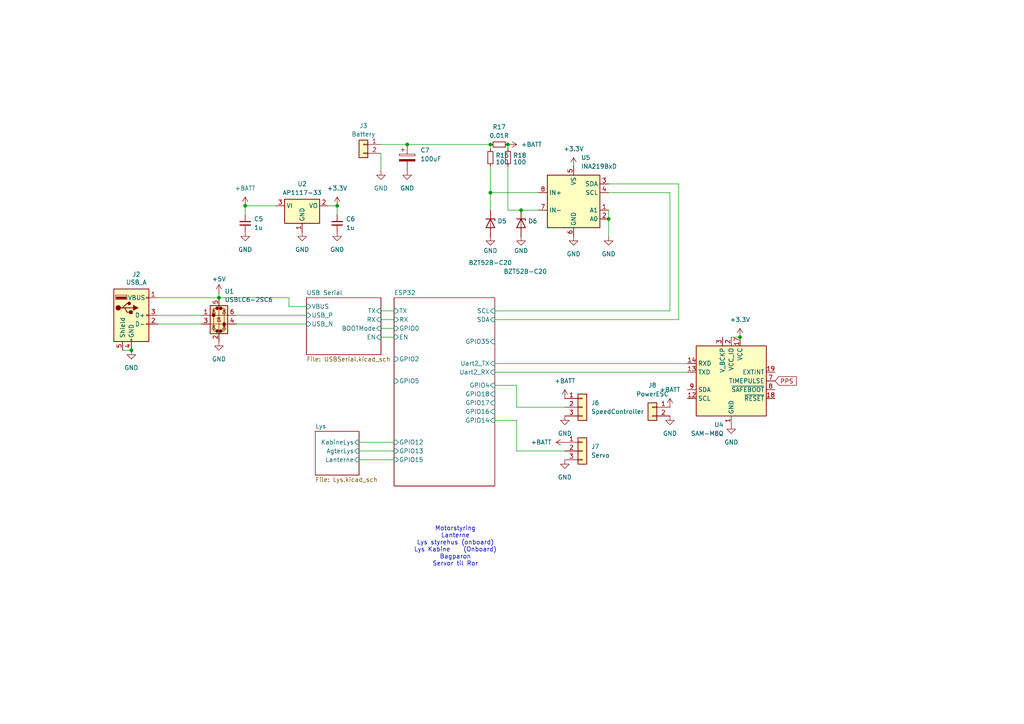
<source format=kicad_sch>
(kicad_sch (version 20250114) (generator "eeschema") (generator_version "9.0")
  (paper "A4")
  (lib_symbols
    (symbol "Connector_Generic:Conn_01x02" (pin_names (offset 1.016) (hide yes))
      (property "Reference" "J" (at 0 2.54 0))
      (property "Value" "Conn_01x02" (at 0 -5.08 0))
      (symbol "Conn_01x02_1_1"
        (rectangle (start -1.27 1.27) (end 1.27 -3.81) (stroke (width 0.254)) (fill (type background)))
        (rectangle (start -1.27 0.127) (end 0 -0.127) (stroke (width 0.1524)))
        (rectangle (start -1.27 -2.413) (end 0 -2.667) (stroke (width 0.1524)))
        (pin passive line (at -5.08 0 0) (length 3.81) (name "Pin_1") (number "1"))
        (pin passive line (at -5.08 -2.54 0) (length 3.81) (name "Pin_2") (number "2"))
      )
    )
    (symbol "Connector_Generic:Conn_01x03" (pin_names (offset 1.016) (hide yes))
      (property "Reference" "J" (at 0 5.08 0))
      (property "Value" "Conn_01x03" (at 0 -5.08 0))
      (symbol "Conn_01x03_1_1"
        (rectangle (start -1.27 3.81) (end 1.27 -3.81) (stroke (width 0.254)) (fill (type background)))
        (rectangle (start -1.27 2.667) (end 0 2.413) (stroke (width 0.1524)))
        (rectangle (start -1.27 0.127) (end 0 -0.127) (stroke (width 0.1524)))
        (rectangle (start -1.27 -2.413) (end 0 -2.667) (stroke (width 0.1524)))
        (pin passive line (at -5.08 2.54 0) (length 3.81) (name "Pin_1") (number "1"))
        (pin passive line (at -5.08 0 0) (length 3.81) (name "Pin_2") (number "2"))
        (pin passive line (at -5.08 -2.54 0) (length 3.81) (name "Pin_3") (number "3"))
      )
    )
    (symbol "Device:C_Polarized" (pin_numbers (hide yes)) (pin_names (offset 0.254))
      (property "Reference" "C" (at 0.635 2.54 0))
      (property "Value" "C_Polarized" (at 0.635 -2.54 0))
      (symbol "C_Polarized_0_1"
        (rectangle (start -2.286 0.508) (end 2.286 1.016))
        (polyline (pts (xy -1.778 2.286) (xy -0.762 2.286)))
        (polyline (pts (xy -1.27 2.794) (xy -1.27 1.778)))
        (rectangle (start 2.286 -0.508) (end -2.286 -1.016) (fill (type outline)))
      )
      (symbol "C_Polarized_1_1"
        (pin passive line (at 0 3.81 270) (length 2.794) (name "~") (number "1"))
        (pin passive line (at 0 -3.81 90) (length 2.794) (name "~") (number "2"))
      )
    )
    (symbol "Device:C_Small" (pin_numbers (hide yes)) (pin_names (offset 0.254) (hide yes))
      (property "Reference" "C" (at 0.254 1.778 0))
      (property "Value" "C_Small" (at 0.254 -2.032 0))
      (symbol "C_Small_0_1"
        (polyline (pts (xy -1.524 0.508) (xy 1.524 0.508)) (stroke (width 0.3048)))
        (polyline (pts (xy -1.524 -0.508) (xy 1.524 -0.508)) (stroke (width 0.3302)))
      )
      (symbol "C_Small_1_1"
        (pin passive line (at 0 2.54 270) (length 2.032) (name "~") (number "1"))
        (pin passive line (at 0 -2.54 90) (length 2.032) (name "~") (number "2"))
      )
    )
    (symbol "Device:R_Small" (pin_numbers (hide yes)) (pin_names (offset 0.254) (hide yes))
      (property "Reference" "R" (at 0.762 0.508 0))
      (property "Value" "R_Small" (at 0.762 -1.016 0))
      (symbol "R_Small_0_1"
        (rectangle (start -0.762 1.778) (end 0.762 -1.778) (stroke (width 0.2032)))
      )
      (symbol "R_Small_1_1"
        (pin passive line (at 0 2.54 270) (length 0.762) (name "~") (number "1"))
        (pin passive line (at 0 -2.54 90) (length 0.762) (name "~") (number "2"))
      )
    )
    (symbol "Diode:BZT52Bxx" (pin_numbers (hide yes)) (pin_names (hide yes))
      (property "Reference" "D" (at 0 2.54 0))
      (property "Value" "BZT52Bxx" (at 0 -2.54 0))
      (symbol "BZT52Bxx_0_1"
        (polyline (pts (xy -1.27 -1.27) (xy -1.27 1.27) (xy -0.762 1.27)) (stroke (width 0.254)))
        (polyline (pts (xy 1.27 0) (xy -1.27 0)))
        (polyline (pts (xy 1.27 -1.27) (xy 1.27 1.27) (xy -1.27 0) (xy 1.27 -1.27)) (stroke (width 0.254)))
      )
      (symbol "BZT52Bxx_1_1"
        (pin passive line (at -3.81 0 0) (length 2.54) (name "K") (number "1"))
        (pin passive line (at 3.81 0 180) (length 2.54) (name "A") (number "2"))
      )
    )
    (symbol "GND_7" (power) (pin_names (offset 0))
      (property "Value" "GND_7" (at 0 -3.81 0))
      (symbol "GND_7_0_1"
        (polyline (pts (xy 0 0) (xy 0 -1.27) (xy 1.27 -1.27) (xy 0 -2.54) (xy -1.27 -1.27) (xy 0 -1.27)))
      )
      (symbol "GND_7_1_1"
        (pin power_in line (at 0 0 270) (length 0) (hide yes) (name "GND") (number "1"))
      )
    )
    (symbol "Power_Protection:USBLC6-2SC6" (pin_names (hide yes))
      (property "Reference" "U" (at 0.635 5.715 0))
      (property "Value" "USBLC6-2SC6" (at 0.635 3.81 0))
      (symbol "USBLC6-2SC6_0_0"
        (circle (center -1.524 0) (radius 0.0001) (stroke (width 0.508)))
        (circle (center -0.508 2.032) (radius 0.0001) (stroke (width 0.508)))
        (circle (center -0.508 -4.572) (radius 0.0001) (stroke (width 0.508)))
        (circle (center 0.508 2.032) (radius 0.0001) (stroke (width 0.508)))
        (circle (center 0.508 -4.572) (radius 0.0001) (stroke (width 0.508)))
        (circle (center 1.524 -2.54) (radius 0.0001) (stroke (width 0.508)))
      )
      (symbol "USBLC6-2SC6_0_1"
        (polyline (pts (xy -2.54 0) (xy 2.54 0)))
        (polyline (pts (xy -2.54 -2.54) (xy 2.54 -2.54)))
        (polyline (pts (xy -2.032 0.508) (xy -1.016 0.508) (xy -1.524 1.524) (xy -2.032 0.508)))
        (polyline (pts (xy -2.032 -3.048) (xy -1.016 -3.048)))
        (polyline (pts (xy -1.016 1.524) (xy -2.032 1.524)))
        (polyline (pts (xy -1.016 -4.064) (xy -2.032 -4.064) (xy -1.524 -3.048) (xy -1.016 -4.064)))
        (polyline (pts (xy -0.508 -1.143) (xy -0.508 -0.762) (xy 0.508 -0.762)))
        (polyline (pts (xy 0 2.54) (xy -0.508 2.032) (xy 0.508 2.032) (xy 0 1.524) (xy 0 -4.064) (xy -0.508 -4.572) (xy 0.508 -4.572) (xy 0 -5.08)))
        (polyline (pts (xy 0.508 -1.778) (xy -0.508 -1.778) (xy 0 -0.762) (xy 0.508 -1.778)))
        (polyline (pts (xy 1.016 1.524) (xy 2.032 1.524)))
        (polyline (pts (xy 1.016 -3.048) (xy 2.032 -3.048)))
        (polyline (pts (xy 2.032 0.508) (xy 1.016 0.508) (xy 1.524 1.524) (xy 2.032 0.508)))
        (polyline (pts (xy 2.032 -4.064) (xy 1.016 -4.064) (xy 1.524 -3.048) (xy 2.032 -4.064)))
      )
      (symbol "USBLC6-2SC6_1_1"
        (rectangle (start -2.54 2.794) (end 2.54 -5.334) (stroke (width 0.254)) (fill (type background)))
        (polyline (pts (xy -0.508 2.032) (xy -1.524 2.032) (xy -1.524 -4.572) (xy -0.508 -4.572)))
        (polyline (pts (xy 0.508 -4.572) (xy 1.524 -4.572) (xy 1.524 2.032) (xy 0.508 2.032)))
        (pin passive line (at -5.08 0 0) (length 2.54) (name "I/O1") (number "1"))
        (pin passive line (at -5.08 -2.54 0) (length 2.54) (name "I/O2") (number "3"))
        (pin passive line (at 0 5.08 270) (length 2.54) (name "VBUS") (number "5"))
        (pin passive line (at 0 -7.62 90) (length 2.54) (name "GND") (number "2"))
        (pin passive line (at 5.08 0 180) (length 2.54) (name "I/O1") (number "6"))
        (pin passive line (at 5.08 -2.54 180) (length 2.54) (name "I/O2") (number "4"))
      )
    )
    (symbol "Programmer-rescue:USB_A-Connector" (pin_names (offset 1.016))
      (property "Reference" "J" (at -5.08 11.43 0))
      (property "Value" "Connector_USB_A" (at -5.08 8.89 0))
      (symbol "USB_A-Connector_0_1"
        (rectangle (start -5.08 -7.62) (end 5.08 7.62) (stroke (width 0.254)) (fill (type background)))
        (circle (center -3.81 2.159) (radius 0.635) (stroke (width 0.254)) (fill (type outline)))
        (polyline (pts (xy -3.175 2.159) (xy -2.54 2.159) (xy -1.27 3.429) (xy -0.635 3.429)) (stroke (width 0.254)))
        (polyline (pts (xy -2.54 2.159) (xy -1.905 2.159) (xy -1.27 0.889) (xy 0 0.889)) (stroke (width 0.254)))
        (rectangle (start -1.524 4.826) (end -4.318 5.334) (fill (type outline)))
        (rectangle (start -1.27 4.572) (end -4.572 5.842))
        (circle (center -0.635 3.429) (radius 0.381) (stroke (width 0.254)) (fill (type outline)))
        (rectangle (start -0.127 -7.62) (end 0.127 -6.858))
        (rectangle (start 0.254 1.27) (end -0.508 0.508) (stroke (width 0.254)) (fill (type outline)))
        (polyline (pts (xy 0.635 2.794) (xy 0.635 1.524) (xy 1.905 2.159) (xy 0.635 2.794)) (stroke (width 0.254)) (fill (type outline)))
        (rectangle (start 5.08 4.953) (end 4.318 5.207))
        (rectangle (start 5.08 -0.127) (end 4.318 0.127))
        (rectangle (start 5.08 -2.667) (end 4.318 -2.413))
      )
      (symbol "USB_A-Connector_1_1"
        (polyline (pts (xy -1.905 2.159) (xy 0.635 2.159)) (stroke (width 0.254)))
        (pin passive line (at -2.54 -10.16 90) (length 2.54) (name "Shield") (number "5"))
        (pin power_in line (at 0 -10.16 90) (length 2.54) (name "GND") (number "4"))
        (pin power_in line (at 7.62 5.08 180) (length 2.54) (name "VBUS") (number "1"))
        (pin passive line (at 7.62 0 180) (length 2.54) (name "D+") (number "3"))
        (pin passive line (at 7.62 -2.54 180) (length 2.54) (name "D-") (number "2"))
      )
    )
    (symbol "RF_GPS:SAM-M8Q"
      (property "Reference" "U" (at -8.89 11.43 0))
      (property "Value" "SAM-M8Q" (at 8.89 11.43 0))
      (symbol "SAM-M8Q_0_1"
        (rectangle (start -10.16 10.16) (end 10.16 -10.16) (stroke (width 0.254)) (fill (type background)))
      )
      (symbol "SAM-M8Q_1_1"
        (pin input line (at -12.7 2.54 0) (length 2.54) (name "EXTINT") (number "19"))
        (pin output line (at -12.7 0 0) (length 2.54) (name "TIMEPULSE") (number "7"))
        (pin input line (at -12.7 -2.54 0) (length 2.54) (name "~{SAFEBOOT}") (number "8"))
        (pin input line (at -12.7 -5.08 0) (length 2.54) (name "~{RESET}") (number "18"))
        (pin power_in line (at -2.54 12.7 270) (length 2.54) (name "VCC") (number "17"))
        (pin power_in line (at 0 12.7 270) (length 2.54) (name "VCC_IO") (number "2"))
        (pin power_in line (at 0 -12.7 90) (length 2.54) (name "GND") (number "1"))
        (pin passive line (at 0 -12.7 90) (length 2.54) (hide yes) (name "GND") (number "10"))
        (pin passive line (at 0 -12.7 90) (length 2.54) (hide yes) (name "GND") (number "11"))
        (pin passive line (at 0 -12.7 90) (length 2.54) (hide yes) (name "GND") (number "15"))
        (pin passive line (at 0 -12.7 90) (length 2.54) (hide yes) (name "GND") (number "16"))
        (pin passive line (at 0 -12.7 90) (length 2.54) (hide yes) (name "GND") (number "20"))
        (pin passive line (at 0 -12.7 90) (length 2.54) (hide yes) (name "GND") (number "4"))
        (pin passive line (at 0 -12.7 90) (length 2.54) (hide yes) (name "GND") (number "5"))
        (pin passive line (at 0 -12.7 90) (length 2.54) (hide yes) (name "GND") (number "6"))
        (pin power_in line (at 2.54 12.7 270) (length 2.54) (name "V_BCKP") (number "3"))
        (pin input line (at 12.7 5.08 180) (length 2.54) (name "RXD") (number "14"))
        (pin output line (at 12.7 2.54 180) (length 2.54) (name "TXD") (number "13"))
        (pin bidirectional line (at 12.7 -2.54 180) (length 2.54) (name "SDA") (number "9"))
        (pin input line (at 12.7 -5.08 180) (length 2.54) (name "SCL") (number "12"))
      )
    )
    (symbol "Regulator_Linear:AP1117-33"
      (property "Reference" "U" (at -3.81 3.175 0))
      (property "Value" "AP1117-33" (at 0 3.175 0))
      (symbol "AP1117-33_0_1"
        (rectangle (start -5.08 -5.08) (end 5.08 1.905) (stroke (width 0.254)) (fill (type background)))
      )
      (symbol "AP1117-33_1_1"
        (pin power_in line (at -7.62 0 0) (length 2.54) (name "VI") (number "3"))
        (pin power_in line (at 0 -7.62 90) (length 2.54) (name "GND") (number "1"))
        (pin power_out line (at 7.62 0 180) (length 2.54) (name "VO") (number "2"))
      )
    )
    (symbol "Sensor_Energy:INA219BxD"
      (property "Reference" "U" (at -6.35 8.89 0))
      (property "Value" "INA219BxD" (at 5.08 8.89 0))
      (symbol "INA219BxD_0_1"
        (rectangle (start -7.62 7.62) (end 7.62 -7.62) (stroke (width 0.254)) (fill (type background)))
      )
      (symbol "INA219BxD_1_1"
        (pin input line (at -10.16 2.54 0) (length 2.54) (name "IN+") (number "8"))
        (pin input line (at -10.16 -2.54 0) (length 2.54) (name "IN-") (number "7"))
        (pin power_in line (at 0 10.16 270) (length 2.54) (name "VS") (number "5"))
        (pin power_in line (at 0 -10.16 90) (length 2.54) (name "GND") (number "6"))
        (pin bidirectional line (at 10.16 5.08 180) (length 2.54) (name "SDA") (number "3"))
        (pin input line (at 10.16 2.54 180) (length 2.54) (name "SCL") (number "4"))
        (pin input line (at 10.16 -2.54 180) (length 2.54) (name "A1") (number "1"))
        (pin input line (at 10.16 -5.08 180) (length 2.54) (name "A0") (number "2"))
      )
    )
    (symbol "power:+3.3V" (power) (pin_numbers (hide yes)) (pin_names (offset 0) (hide yes))
      (property "Value" "+3.3V" (at 0 3.556 0))
      (symbol "+3.3V_0_1"
        (polyline (pts (xy -0.762 1.27) (xy 0 2.54)))
        (polyline (pts (xy 0 2.54) (xy 0.762 1.27)))
        (polyline (pts (xy 0 0) (xy 0 2.54)))
      )
      (symbol "+3.3V_1_1"
        (pin power_in line (at 0 0 90) (length 0) (name "~") (number "1"))
      )
    )
    (symbol "power:+5V" (power) (pin_numbers (hide yes)) (pin_names (offset 0) (hide yes))
      (property "Value" "+5V" (at 0 3.556 0))
      (symbol "+5V_0_1"
        (polyline (pts (xy -0.762 1.27) (xy 0 2.54)))
        (polyline (pts (xy 0 2.54) (xy 0.762 1.27)))
        (polyline (pts (xy 0 0) (xy 0 2.54)))
      )
      (symbol "+5V_1_1"
        (pin power_in line (at 0 0 90) (length 0) (name "~") (number "1"))
      )
    )
    (symbol "power:+BATT" (power) (pin_numbers (hide yes)) (pin_names (offset 0) (hide yes))
      (property "Value" "+BATT" (at 0 3.556 0))
      (symbol "+BATT_0_1"
        (polyline (pts (xy -0.762 1.27) (xy 0 2.54)))
        (polyline (pts (xy 0 2.54) (xy 0.762 1.27)))
        (polyline (pts (xy 0 0) (xy 0 2.54)))
      )
      (symbol "+BATT_1_1"
        (pin power_in line (at 0 0 90) (length 0) (name "~") (number "1"))
      )
    )
    (symbol "power:GND" (power) (pin_numbers (hide yes)) (pin_names (offset 0) (hide yes))
      (property "Value" "GND" (at 0 -3.81 0))
      (symbol "GND_0_1"
        (polyline (pts (xy 0 0) (xy 0 -1.27) (xy 1.27 -1.27) (xy 0 -2.54) (xy -1.27 -1.27) (xy 0 -1.27)))
      )
      (symbol "GND_1_1"
        (pin power_in line (at 0 0 270) (length 0) (name "~") (number "1"))
      )
    )
  )
  (text "Motorstyring\nLanterne\nLys styrehus (onboard)\nLys Kabine    (Onboard)\nBagparon\nServor til Ror\n" (at 132.08 158.496 0) (effects (font (size 1.27 1.27))))
  (junction (at 71.12 59.69))
  (junction (at 151.13 60.96))
  (junction (at 147.32 41.91))
  (junction (at 63.5 86.36))
  (junction (at 176.53 63.5))
  (junction (at 142.24 55.88))
  (junction (at 38.1 101.6))
  (junction (at 97.79 59.69))
  (junction (at 118.11 41.91))
  (junction (at 214.63 97.79))
  (junction (at 142.24 41.91))
  (wire (pts (xy 214.63 97.79) (xy 212.09 97.79)))
  (wire (pts (xy 45.72 93.98) (xy 58.42 93.98)))
  (wire (pts (xy 83.82 88.9) (xy 83.82 86.36)))
  (wire (pts (xy 163.83 130.81) (xy 149.86 130.81)))
  (wire (pts (xy 118.11 41.91) (xy 142.24 41.91)))
  (wire (pts (xy 45.72 86.36) (xy 63.5 86.36)))
  (wire (pts (xy 149.86 111.76) (xy 143.51 111.76)))
  (wire (pts (xy 176.53 55.88) (xy 194.31 55.88)))
  (wire (pts (xy 149.86 118.11) (xy 163.83 118.11)))
  (wire (pts (xy 176.53 60.96) (xy 176.53 63.5)))
  (wire (pts (xy 142.24 48.26) (xy 142.24 55.88)))
  (wire (pts (xy 110.49 92.71) (xy 114.3 92.71)))
  (wire (pts (xy 147.32 60.96) (xy 151.13 60.96)))
  (wire (pts (xy 104.14 128.27) (xy 114.3 128.27)))
  (wire (pts (xy 142.24 55.88) (xy 142.24 60.96)))
  (wire (pts (xy 149.86 111.76) (xy 149.86 118.11)))
  (wire (pts (xy 104.14 133.35) (xy 114.3 133.35)))
  (wire (pts (xy 143.51 92.71) (xy 196.85 92.71)))
  (wire (pts (xy 110.49 97.79) (xy 114.3 97.79)))
  (wire (pts (xy 196.85 92.71) (xy 196.85 53.34)))
  (wire (pts (xy 110.49 90.17) (xy 114.3 90.17)))
  (wire (pts (xy 194.31 55.88) (xy 194.31 90.17)))
  (wire (pts (xy 149.86 130.81) (xy 149.86 121.92)))
  (wire (pts (xy 45.72 91.44) (xy 58.42 91.44)))
  (wire (pts (xy 83.82 86.36) (xy 63.5 86.36)))
  (wire (pts (xy 147.32 41.91) (xy 147.32 43.18)))
  (wire (pts (xy 194.31 90.17) (xy 143.51 90.17)))
  (wire (pts (xy 142.24 55.88) (xy 156.21 55.88)))
  (wire (pts (xy 97.79 59.69) (xy 97.79 62.23)))
  (wire (pts (xy 68.58 93.98) (xy 88.9 93.98)))
  (wire (pts (xy 149.86 121.92) (xy 143.51 121.92)))
  (wire (pts (xy 80.01 59.69) (xy 71.12 59.69)))
  (wire (pts (xy 88.9 88.9) (xy 83.82 88.9)))
  (wire (pts (xy 143.51 107.95) (xy 199.39 107.95)))
  (wire (pts (xy 71.12 59.69) (xy 71.12 62.23)))
  (wire (pts (xy 142.24 41.91) (xy 142.24 43.18)))
  (wire (pts (xy 95.25 59.69) (xy 97.79 59.69)))
  (wire (pts (xy 68.58 91.44) (xy 88.9 91.44)))
  (wire (pts (xy 104.14 130.81) (xy 114.3 130.81)))
  (wire (pts (xy 110.49 41.91) (xy 118.11 41.91)))
  (wire (pts (xy 110.49 49.53) (xy 110.49 44.45)))
  (wire (pts (xy 176.53 63.5) (xy 176.53 68.58)))
  (wire (pts (xy 151.13 60.96) (xy 156.21 60.96)))
  (wire (pts (xy 143.51 105.41) (xy 199.39 105.41)))
  (wire (pts (xy 35.56 101.6) (xy 38.1 101.6)))
  (wire (pts (xy 196.85 53.34) (xy 176.53 53.34)))
  (wire (pts (xy 147.32 48.26) (xy 147.32 60.96)))
  (wire (pts (xy 110.49 95.25) (xy 114.3 95.25)))
  (wire (pts (xy 63.5 85.09) (xy 63.5 86.36)))
  (global_label "PPS" (shape input) (at 224.79 110.49 0) (property "Intersheetrefs" "${INTERSHEET_REFS}" (effects (hide yes))))
  (symbol (lib_id "RF_GPS:SAM-M8Q") (at 212.09 110.49 0) (mirror y) (unit 1)
    (property "Reference" "U4" (at 209.8959 123.19 0) (effects (justify left)))
    (property "Value" "SAM-M8Q" (at 209.8959 125.73 0) (effects (justify left)))
    (property "Footprint" "RF_GPS:ublox_SAM-M8Q" (effects (hide yes)))
    (property "Datasheet" "https://www.u-blox.com/sites/default/files/SAM-M8Q_DataSheet_%28UBX-16012619%29.pdf" (effects (hide yes)))
    (property "Description" "GPS ublox M8 variant" (effects (hide yes)))
  )
  (symbol (lib_id "Power_Protection:USBLC6-2SC6") (at 63.5 91.44 0) (unit 1)
    (property "Reference" "U1" (at 65.1511 84.5015 0) (effects (justify left)))
    (property "Value" "USBLC6-2SC6" (at 65.1511 86.9258 0) (effects (justify left)))
    (property "Footprint" "Package_TO_SOT_SMD:SOT-23-6" (effects (hide yes)))
    (property "Datasheet" "https://www.st.com/resource/en/datasheet/usblc6-2.pdf" (effects (hide yes)))
    (property "Description" "Very low capacitance ESD protection diode, 2 data-line, SOT-23-6" (effects (hide yes)))
  )
  (symbol (lib_id "Sensor_Energy:INA219BxD") (at 166.37 58.42 0) (unit 1)
    (property "Reference" "U5" (at 168.5133 45.72 0) (effects (justify left)))
    (property "Value" "INA219BxD" (at 168.5133 48.26 0) (effects (justify left)))
    (property "Footprint" "Package_SO:SOIC-8_3.9x4.9mm_P1.27mm" (effects (hide yes)))
    (property "Datasheet" "http://www.ti.com/lit/ds/symlink/ina219.pdf" (effects (hide yes)))
    (property "Description" "Zero-Drift, HighAccuracy, Bidirectional Current/Power Monitor (0-26V) With I2C Interface, SOIC-8" (effects (hide yes)))
  )
  (symbol (lib_id "Device:C_Small") (at 97.79 64.77 0) (unit 1)
    (property "Reference" "C6" (at 100.33 63.5062 0) (effects (justify left)))
    (property "Value" "1u" (at 100.33 66.0462 0) (effects (justify left)))
    (property "Footprint" "Capacitor_SMD:C_0603_1608Metric" (effects (hide yes)))
    (property "Description" "Unpolarized capacitor, small symbol" (effects (hide yes)))
  )
  (symbol (lib_id "Device:R_Small") (at 147.32 45.72 0) (unit 1)
    (property "Reference" "R18" (at 148.8186 45.0763 0) (effects (justify left)))
    (property "Value" "100" (at 148.8186 46.9973 0) (effects (justify left)))
    (property "Footprint" "Resistor_SMD:R_0603_1608Metric" (effects (hide yes)))
  )
  (symbol (lib_id "Device:R_Small") (at 142.24 45.72 0) (unit 1)
    (property "Reference" "R16" (at 143.7386 45.0763 0) (effects (justify left)))
    (property "Value" "100" (at 143.7386 46.9973 0) (effects (justify left)))
    (property "Footprint" "Resistor_SMD:R_0603_1608Metric" (effects (hide yes)))
  )
  (symbol (lib_name "GND_7") (lib_id "power:GND") (at 38.1 101.6 0) (mirror y) (unit 1)
    (property "Reference" "#PWR01" (effects (hide yes)))
    (property "Value" "GND" (at 38.1 106.68 0))
  )
  (symbol (lib_id "power:+3.3V") (at 166.37 48.26 0) (unit 1)
    (property "Reference" "#PWR042" (effects (hide yes)))
    (property "Value" "+3.3V" (at 166.37 43.18 0))
    (property "Description" "Power symbol creates a global label with name \"+3.3V\"" (effects (hide yes)))
  )
  (symbol (lib_name "GND_7") (lib_id "power:GND") (at 163.83 120.65 0) (unit 1)
    (property "Reference" "#PWR017" (effects (hide yes)))
    (property "Value" "GND" (at 163.83 125.73 0))
  )
  (symbol (lib_id "power:+5V") (at 63.5 85.09 0) (unit 1)
    (property "Reference" "#PWR03" (effects (hide yes)))
    (property "Value" "+5V" (at 63.5 80.9569 0))
    (property "Description" "Power symbol creates a global label with name \"+5V\"" (effects (hide yes)))
  )
  (symbol (lib_name "GND_7") (lib_id "power:GND") (at 194.31 120.65 0) (unit 1)
    (property "Reference" "#PWR047" (effects (hide yes)))
    (property "Value" "GND" (at 194.31 125.73 0))
  )
  (symbol (lib_id "Programmer-rescue:USB_A-Connector") (at 38.1 91.44 0) (unit 1)
    (property "Reference" "J2" (at 39.5478 79.5782 0))
    (property "Value" "USB_A" (at 39.5478 81.8896 0))
    (property "Footprint" "Connector_USB:USB_Mini-B_Wuerth_65100516121_Horizontal" (effects (hide yes)))
    (property "Datasheet" " ~" (effects (hide yes)))
  )
  (symbol (lib_id "power:+BATT") (at 163.83 115.57 0) (unit 1)
    (property "Reference" "#PWR018" (effects (hide yes)))
    (property "Value" "+BATT" (at 163.83 110.49 0))
    (property "Description" "Power symbol creates a global label with name \"+BATT\"" (effects (hide yes)))
  )
  (symbol (lib_id "power:+3.3V") (at 214.63 97.79 0) (unit 1)
    (property "Reference" "#PWR037" (effects (hide yes)))
    (property "Value" "+3.3V" (at 214.63 92.71 0))
    (property "Description" "Power symbol creates a global label with name \"+3.3V\"" (effects (hide yes)))
  )
  (symbol (lib_id "Device:C_Polarized") (at 118.11 45.72 0) (unit 1)
    (property "Reference" "C7" (at 121.92 43.5609 0) (effects (justify left)))
    (property "Value" "100uF" (at 121.92 46.1009 0) (effects (justify left)))
    (property "Footprint" "Capacitor_SMD:CP_Elec_6.3x5.4" (effects (hide yes)))
    (property "Description" "Polarized capacitor" (effects (hide yes)))
  )
  (symbol (lib_name "GND_7") (lib_id "power:GND") (at 163.83 133.35 0) (unit 1)
    (property "Reference" "#PWR016" (effects (hide yes)))
    (property "Value" "GND" (at 163.83 138.43 0))
  )
  (symbol (lib_name "GND_7") (lib_id "power:GND") (at 176.53 68.58 0) (unit 1)
    (property "Reference" "#PWR043" (effects (hide yes)))
    (property "Value" "GND" (at 176.53 73.66 0))
  )
  (symbol (lib_id "Regulator_Linear:AP1117-33") (at 87.63 59.69 0) (unit 1)
    (property "Reference" "U2" (at 87.63 53.34 0))
    (property "Value" "AP1117-33" (at 87.63 55.88 0))
    (property "Footprint" "Package_TO_SOT_SMD:SOT-223-3_TabPin2" (effects (hide yes)))
    (property "Datasheet" "http://www.diodes.com/datasheets/AP1117.pdf" (effects (hide yes)))
    (property "Description" "1A Low Dropout regulator, positive, 3.3V fixed output, SOT-223" (effects (hide yes)))
  )
  (symbol (lib_id "power:+BATT") (at 163.83 128.27 90) (unit 1)
    (property "Reference" "#PWR019" (effects (hide yes)))
    (property "Value" "+BATT" (at 160.02 128.2699 90) (effects (justify left)))
    (property "Description" "Power symbol creates a global label with name \"+BATT\"" (effects (hide yes)))
  )
  (symbol (lib_id "power:+3.3V") (at 97.79 59.69 0) (unit 1)
    (property "Reference" "#PWR025" (effects (hide yes)))
    (property "Value" "+3.3V" (at 97.79 54.61 0))
    (property "Description" "Power symbol creates a global label with name \"+3.3V\"" (effects (hide yes)))
  )
  (symbol (lib_name "GND_7") (lib_id "power:GND") (at 110.49 49.53 0) (unit 1)
    (property "Reference" "#PWR05" (effects (hide yes)))
    (property "Value" "GND" (at 110.49 54.61 0))
  )
  (symbol (lib_id "Connector_Generic:Conn_01x03") (at 168.91 130.81 0) (unit 1)
    (property "Reference" "J7" (at 171.45 129.5399 0) (effects (justify left)))
    (property "Value" "Servo" (at 171.45 132.0799 0) (effects (justify left)))
    (property "Footprint" "Connector_Molex:Molex_KK-254_AE-6410-03A_1x03_P2.54mm_Vertical" (effects (hide yes)))
    (property "Description" "Generic connector, single row, 01x03, script generated (kicad-library-utils/schlib/autogen/connector/)" (effects (hide yes)))
  )
  (symbol (lib_id "power:GND") (at 142.24 68.58 0) (unit 1)
    (property "Reference" "#PWR045" (effects (hide yes)))
    (property "Value" "GND" (at 142.24 72.7155 0))
  )
  (symbol (lib_id "Connector_Generic:Conn_01x02") (at 105.41 41.91 0) (mirror y) (unit 1)
    (property "Reference" "J3" (at 105.41 36.4955 0))
    (property "Value" "Battery" (at 105.41 38.9198 0))
    (property "Footprint" "Connector_Molex:Molex_KK-254_AE-6410-02A_1x02_P2.54mm_Vertical" (effects (hide yes)))
    (property "Description" "Generic connector, single row, 01x02, script generated (kicad-library-utils/schlib/autogen/connector/)" (effects (hide yes)))
  )
  (symbol (lib_id "Diode:BZT52Bxx") (at 151.13 64.77 270) (unit 1)
    (property "Reference" "D6" (at 153.162 64.1263 90) (effects (justify left)))
    (property "Value" "BZT52B-C20" (at 146.05 78.74 90) (effects (justify left)))
    (property "Footprint" "Diode_SMD:D_SOD-123F" (effects (hide yes)))
    (property "Datasheet" "https://diotec.com/tl_files/diotec/files/pdf/datasheets/bzt52b2v4.pdf" (effects (hide yes)))
    (property "Mouser" "833-BZT52C20-TP" (effects (hide yes)))
  )
  (symbol (lib_id "Connector_Generic:Conn_01x03") (at 168.91 118.11 0) (unit 1)
    (property "Reference" "J6" (at 171.45 116.8399 0) (effects (justify left)))
    (property "Value" "SpeedController" (at 171.45 119.3799 0) (effects (justify left)))
    (property "Footprint" "Connector_Molex:Molex_KK-254_AE-6410-03A_1x03_P2.54mm_Vertical" (effects (hide yes)))
    (property "Description" "Generic connector, single row, 01x03, script generated (kicad-library-utils/schlib/autogen/connector/)" (effects (hide yes)))
  )
  (symbol (lib_name "GND_7") (lib_id "power:GND") (at 63.5 99.06 0) (unit 1)
    (property "Reference" "#PWR04" (effects (hide yes)))
    (property "Value" "GND" (at 63.5 104.14 0))
  )
  (symbol (lib_id "power:+BATT") (at 147.32 41.91 270) (unit 1)
    (property "Reference" "#PWR044" (effects (hide yes)))
    (property "Value" "+BATT" (at 151.13 41.9099 90) (effects (justify left)))
    (property "Description" "Power symbol creates a global label with name \"+BATT\"" (effects (hide yes)))
  )
  (symbol (lib_name "GND_7") (lib_id "power:GND") (at 71.12 67.31 0) (unit 1)
    (property "Reference" "#PWR021" (effects (hide yes)))
    (property "Value" "GND" (at 71.12 72.39 0))
  )
  (symbol (lib_name "GND_7") (lib_id "power:GND") (at 87.63 67.31 0) (unit 1)
    (property "Reference" "#PWR020" (effects (hide yes)))
    (property "Value" "GND" (at 87.63 72.39 0))
  )
  (symbol (lib_id "Device:C_Small") (at 71.12 64.77 0) (unit 1)
    (property "Reference" "C5" (at 73.66 63.5062 0) (effects (justify left)))
    (property "Value" "1u" (at 73.66 66.0462 0) (effects (justify left)))
    (property "Footprint" "Capacitor_SMD:C_0603_1608Metric" (effects (hide yes)))
    (property "Description" "Unpolarized capacitor, small symbol" (effects (hide yes)))
  )
  (symbol (lib_id "Connector_Generic:Conn_01x02") (at 189.23 118.11 0) (mirror y) (unit 1)
    (property "Reference" "J8" (at 189.23 111.76 0))
    (property "Value" "PowerESC" (at 189.23 114.3 0))
    (property "Footprint" "Connector_Molex:Molex_KK-254_AE-6410-02A_1x02_P2.54mm_Vertical" (effects (hide yes)))
    (property "Description" "Generic connector, single row, 01x02, script generated (kicad-library-utils/schlib/autogen/connector/)" (effects (hide yes)))
  )
  (symbol (lib_id "Device:R_Small") (at 144.78 41.91 90) (unit 1)
    (property "Reference" "R17" (at 144.78 36.83 90))
    (property "Value" "0.01R" (at 144.78 39.37 90))
    (property "Footprint" "Resistor_SMD:R_1812_4532Metric" (effects (hide yes)))
  )
  (symbol (lib_name "GND_7") (lib_id "power:GND") (at 166.37 68.58 0) (unit 1)
    (property "Reference" "#PWR041" (effects (hide yes)))
    (property "Value" "GND" (at 166.37 73.66 0))
  )
  (symbol (lib_name "GND_7") (lib_id "power:GND") (at 97.79 67.31 0) (unit 1)
    (property "Reference" "#PWR023" (effects (hide yes)))
    (property "Value" "GND" (at 97.79 72.39 0))
  )
  (symbol (lib_id "power:+BATT") (at 194.31 118.11 0) (unit 1)
    (property "Reference" "#PWR048" (effects (hide yes)))
    (property "Value" "+BATT" (at 194.31 113.03 0))
    (property "Description" "Power symbol creates a global label with name \"+BATT\"" (effects (hide yes)))
  )
  (symbol (lib_id "Diode:BZT52Bxx") (at 142.24 64.77 270) (unit 1)
    (property "Reference" "D5" (at 144.272 64.1263 90) (effects (justify left)))
    (property "Value" "BZT52B-C20" (at 135.89 76.2 90) (effects (justify left)))
    (property "Footprint" "Diode_SMD:D_SOD-123F" (effects (hide yes)))
    (property "Datasheet" "https://diotec.com/tl_files/diotec/files/pdf/datasheets/bzt52b2v4.pdf" (effects (hide yes)))
    (property "Mouser" "833-BZT52C20-TP" (effects (hide yes)))
  )
  (symbol (lib_id "power:+BATT") (at 71.12 59.69 0) (unit 1)
    (property "Reference" "#PWR022" (effects (hide yes)))
    (property "Value" "+BATT" (at 71.12 54.61 0))
    (property "Description" "Power symbol creates a global label with name \"+BATT\"" (effects (hide yes)))
  )
  (symbol (lib_id "power:GND") (at 151.13 68.58 0) (unit 1)
    (property "Reference" "#PWR046" (effects (hide yes)))
    (property "Value" "GND" (at 151.13 72.7155 0))
  )
  (symbol (lib_id "power:GND") (at 212.09 123.19 0) (unit 1)
    (property "Reference" "#PWR038" (effects (hide yes)))
    (property "Value" "GND" (at 212.09 128.27 0))
    (property "Description" "Power symbol creates a global label with name \"GND\" , ground" (effects (hide yes)))
  )
  (symbol (lib_name "GND_7") (lib_id "power:GND") (at 118.11 49.53 0) (unit 1)
    (property "Reference" "#PWR026" (effects (hide yes)))
    (property "Value" "GND" (at 118.11 54.61 0))
  )
  (sheet (at 88.9 86.36) (size 21.59 16.51) (stroke (width 0.1524))
    (property "Sheetname" "USB Serial" (at 88.9 85.6484 0) (effects (justify left bottom)))
    (property "Sheetfile" "USBSerial.kicad_sch" (at 88.9 103.4546 0) (effects (justify left top)))
    (pin "RX" input (at 110.49 92.71 0))
    (pin "TX" input (at 110.49 90.17 0))
    (pin "USB_N" input (at 88.9 93.98 180))
    (pin "USB_P" input (at 88.9 91.44 180))
    (pin "VBUS" input (at 88.9 88.9 180))
    (pin "BOOTMode" input (at 110.49 95.25 0))
    (pin "EN" input (at 110.49 97.79 0))
  )
  (sheet (at 91.44 125.095) (size 12.7 12.7) (stroke (width 0.1524))
    (property "Sheetname" "Lys" (at 91.44 124.3834 0) (effects (justify left bottom)))
    (property "Sheetfile" "Lys.kicad_sch" (at 91.44 138.3796 0) (effects (justify left top)))
    (pin "KabineLys" input (at 104.14 128.27 0))
    (pin "AgterLys" input (at 104.14 130.81 0))
    (pin "Lanterne" input (at 104.14 133.35 0))
  )
  (sheet (at 114.3 86.36) (size 29.21 54.61) (stroke (width 0.1524))
    (property "Sheetname" "ESP32" (at 114.3 85.6484 0) (effects (justify left bottom)))
    (property "Sheetfile" "StdEsp32_worm2.kicad_sch" (effects (hide yes)))
    (pin "GPIO2" input (at 114.3 104.14 180))
    (pin "GPIO5" input (at 114.3 110.49 180))
    (pin "GPIO4" input (at 143.51 111.76 0))
    (pin "GPIO35" input (at 143.51 99.06 0))
    (pin "TX" input (at 114.3 90.17 180))
    (pin "RX" input (at 114.3 92.71 180))
    (pin "GPIO0" input (at 114.3 95.25 180))
    (pin "EN" input (at 114.3 97.79 180))
    (pin "GPIO18" input (at 143.51 114.3 0))
    (pin "GPIO13" input (at 114.3 130.81 180))
    (pin "GPIO17" input (at 143.51 116.84 0))
    (pin "GPIO15" input (at 114.3 133.35 180))
    (pin "GPIO12" input (at 114.3 128.27 180))
    (pin "GPIO16" input (at 143.51 119.38 0))
    (pin "GPIO14" input (at 143.51 121.92 0))
    (pin "SCL" input (at 143.51 90.17 0))
    (pin "SDA" input (at 143.51 92.71 0))
    (pin "Uart2_RX" input (at 143.51 107.95 0))
    (pin "Uart2_TX" input (at 143.51 105.41 0))
  )
)
</source>
